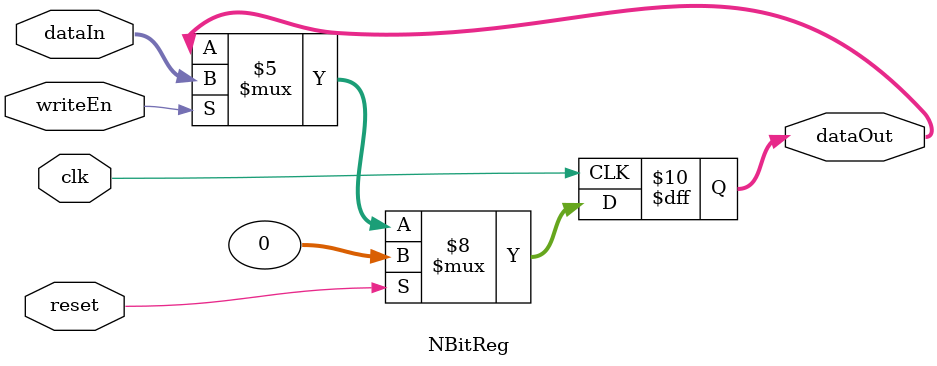
<source format=v>
`timescale 1ns / 1ps
module NBitReg(clk, dataIn, writeEn, reset, dataOut);

parameter dataWidth = 32;

input [dataWidth-1:0] dataIn;
input writeEn, reset, clk;
output reg [dataWidth-1:0] dataOut;

initial begin
	dataOut <= {dataWidth{1'b0}};
end

always @(posedge(clk)) begin
	if (reset == 1'b1) begin
		dataOut <= {dataWidth{1'b0}};
	end
	else if (writeEn == 1'b1) begin
		dataOut <= dataIn;
	end
	else;
end

endmodule

</source>
